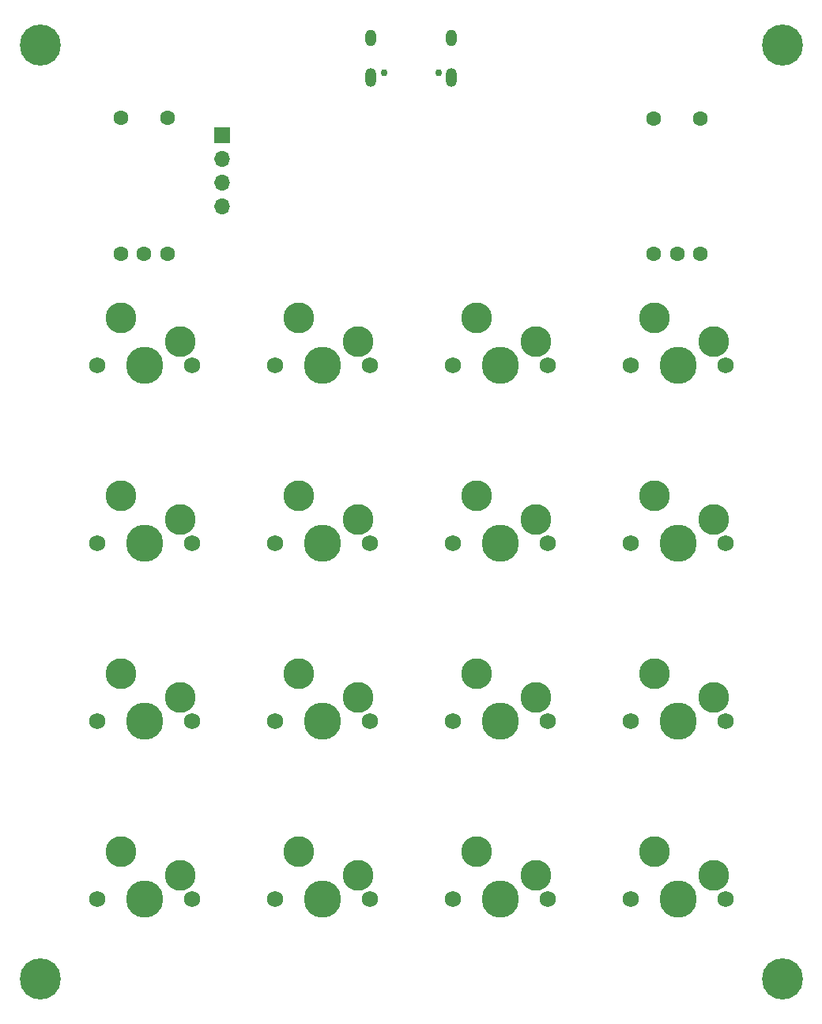
<source format=gbr>
%TF.GenerationSoftware,KiCad,Pcbnew,6.0.9-8da3e8f707~116~ubuntu20.04.1*%
%TF.CreationDate,2023-04-01T10:59:08+02:00*%
%TF.ProjectId,minikey,6d696e69-6b65-4792-9e6b-696361645f70,rev?*%
%TF.SameCoordinates,Original*%
%TF.FileFunction,Soldermask,Bot*%
%TF.FilePolarity,Negative*%
%FSLAX46Y46*%
G04 Gerber Fmt 4.6, Leading zero omitted, Abs format (unit mm)*
G04 Created by KiCad (PCBNEW 6.0.9-8da3e8f707~116~ubuntu20.04.1) date 2023-04-01 10:59:08*
%MOMM*%
%LPD*%
G01*
G04 APERTURE LIST*
%ADD10C,0.700000*%
%ADD11C,4.400000*%
%ADD12C,0.750013*%
%ADD13O,1.200000X2.000000*%
%ADD14O,1.200000X1.800000*%
%ADD15C,1.750000*%
%ADD16C,3.987800*%
%ADD17C,3.300000*%
%ADD18R,1.700000X1.700000*%
%ADD19O,1.700000X1.700000*%
%ADD20C,1.600200*%
G04 APERTURE END LIST*
D10*
%TO.C,H4*%
X197850000Y-166370000D03*
X196200000Y-164720000D03*
X197850000Y-163070000D03*
X199016726Y-165886726D03*
X196683274Y-165886726D03*
X199016726Y-163553274D03*
D11*
X197850000Y-164720000D03*
D10*
X196683274Y-163553274D03*
X199500000Y-164720000D03*
%TD*%
D12*
%TO.C,U6*%
X155216092Y-67666634D03*
X161015940Y-67666634D03*
D13*
X153790895Y-68166761D03*
D14*
X162441137Y-63966862D03*
X153790895Y-63966862D03*
D13*
X162441137Y-68166761D03*
%TD*%
D15*
%TO.C,SW1*%
X134620000Y-99060000D03*
X124460000Y-99060000D03*
D16*
X129540000Y-99060000D03*
D17*
X133350000Y-96520000D03*
X127000000Y-93980000D03*
%TD*%
D15*
%TO.C,SW10*%
X172720000Y-99060000D03*
X162560000Y-99060000D03*
D16*
X167640000Y-99060000D03*
D17*
X171450000Y-96520000D03*
X165100000Y-93980000D03*
%TD*%
D15*
%TO.C,SW17*%
X191770000Y-137160000D03*
D16*
X186690000Y-137160000D03*
D15*
X181610000Y-137160000D03*
D17*
X190500000Y-134620000D03*
X184150000Y-132080000D03*
%TD*%
D10*
%TO.C,H1*%
X118360000Y-63070000D03*
X117193274Y-65886726D03*
X120010000Y-64720000D03*
X119526726Y-65886726D03*
D11*
X118360000Y-64720000D03*
D10*
X118360000Y-66370000D03*
X116710000Y-64720000D03*
X117193274Y-63553274D03*
X119526726Y-63553274D03*
%TD*%
D15*
%TO.C,SW9*%
X143510000Y-156210000D03*
X153670000Y-156210000D03*
D16*
X148590000Y-156210000D03*
D17*
X152400000Y-153670000D03*
X146050000Y-151130000D03*
%TD*%
D15*
%TO.C,SW6*%
X143510000Y-99060000D03*
X153670000Y-99060000D03*
D16*
X148590000Y-99060000D03*
D17*
X152400000Y-96520000D03*
X146050000Y-93980000D03*
%TD*%
D15*
%TO.C,SW11*%
X172720000Y-118110000D03*
D16*
X167640000Y-118110000D03*
D15*
X162560000Y-118110000D03*
D17*
X171450000Y-115570000D03*
X165100000Y-113030000D03*
%TD*%
D15*
%TO.C,SW13*%
X172720000Y-156210000D03*
X162560000Y-156210000D03*
D16*
X167640000Y-156210000D03*
D17*
X171450000Y-153670000D03*
X165100000Y-151130000D03*
%TD*%
D16*
%TO.C,SW3*%
X129540000Y-137160000D03*
D15*
X124460000Y-137160000D03*
X134620000Y-137160000D03*
D17*
X133350000Y-134620000D03*
X127000000Y-132080000D03*
%TD*%
D16*
%TO.C,SW12*%
X167640000Y-137160000D03*
D15*
X172720000Y-137160000D03*
X162560000Y-137160000D03*
D17*
X171450000Y-134620000D03*
X165100000Y-132080000D03*
%TD*%
D15*
%TO.C,SW7*%
X143510000Y-118110000D03*
X153670000Y-118110000D03*
D16*
X148590000Y-118110000D03*
D17*
X152400000Y-115570000D03*
X146050000Y-113030000D03*
%TD*%
D15*
%TO.C,SW18*%
X191770000Y-156210000D03*
X181610000Y-156210000D03*
D16*
X186690000Y-156210000D03*
D17*
X190500000Y-153670000D03*
X184150000Y-151130000D03*
%TD*%
D15*
%TO.C,SW2*%
X134620000Y-118110000D03*
X124460000Y-118110000D03*
D16*
X129540000Y-118110000D03*
D17*
X133350000Y-115570000D03*
X127000000Y-113030000D03*
%TD*%
D16*
%TO.C,SW15*%
X186690000Y-99060000D03*
D15*
X191770000Y-99060000D03*
X181610000Y-99060000D03*
D17*
X190500000Y-96520000D03*
X184150000Y-93980000D03*
%TD*%
D15*
%TO.C,SW4*%
X124460000Y-156210000D03*
D16*
X129540000Y-156210000D03*
D15*
X134620000Y-156210000D03*
D17*
X133350000Y-153670000D03*
X127000000Y-151130000D03*
%TD*%
D16*
%TO.C,SW8*%
X148590000Y-137160000D03*
D15*
X143510000Y-137160000D03*
X153670000Y-137160000D03*
D17*
X152400000Y-134620000D03*
X146050000Y-132080000D03*
%TD*%
D10*
%TO.C,H2*%
X117193274Y-163573274D03*
X117193274Y-165906726D03*
X119526726Y-165906726D03*
X116710000Y-164740000D03*
D11*
X118360000Y-164740000D03*
D10*
X120010000Y-164740000D03*
X118360000Y-166390000D03*
X119526726Y-163573274D03*
X118360000Y-163090000D03*
%TD*%
%TO.C,H3*%
X199016726Y-65886726D03*
X199500000Y-64720000D03*
X196683274Y-65886726D03*
D11*
X197850000Y-64720000D03*
D10*
X197850000Y-66370000D03*
X196200000Y-64720000D03*
X197850000Y-63070000D03*
X199016726Y-63553274D03*
X196683274Y-63553274D03*
%TD*%
D15*
%TO.C,SW16*%
X191770000Y-118110000D03*
X181610000Y-118110000D03*
D16*
X186690000Y-118110000D03*
D17*
X190500000Y-115570000D03*
X184150000Y-113030000D03*
%TD*%
D18*
%TO.C,J1*%
X137820000Y-74380000D03*
D19*
X137820000Y-76920000D03*
X137820000Y-79460000D03*
X137820000Y-82000000D03*
%TD*%
D20*
%TO.C,U7*%
X132008450Y-72558908D03*
X127008450Y-72558908D03*
X132008450Y-87058908D03*
X129508450Y-87058908D03*
X127008450Y-87058908D03*
%TD*%
%TO.C,U8*%
X189088450Y-72568908D03*
X184088450Y-72568908D03*
X189088450Y-87068908D03*
X186588450Y-87068908D03*
X184088450Y-87068908D03*
%TD*%
M02*

</source>
